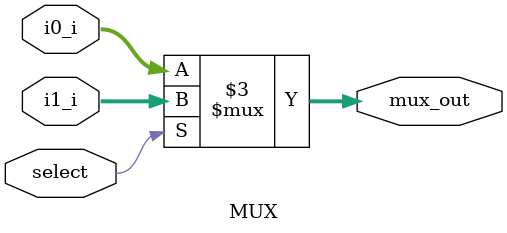
<source format=v>
`timescale 1ps/1ps
module MUX #(parameter width = 8)(
	input [width-1:0] 		i0_i, i1_i,
	input 					select,
	output reg [width-1:0]	mux_out
);

always @(*) begin
	#10
	if (select)
		mux_out = i1_i;
	else
		mux_out = i0_i;
end

endmodule : MUX
</source>
